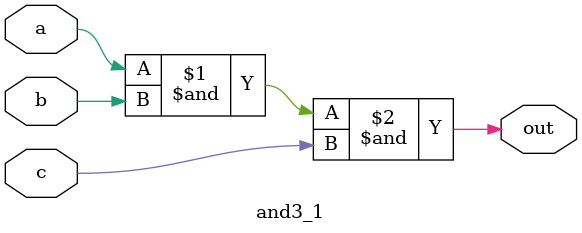
<source format=v>
module and3_1(out,a,b,c);
input a,b,c;
output out;
assign out=a&b&c;
endmodule

</source>
